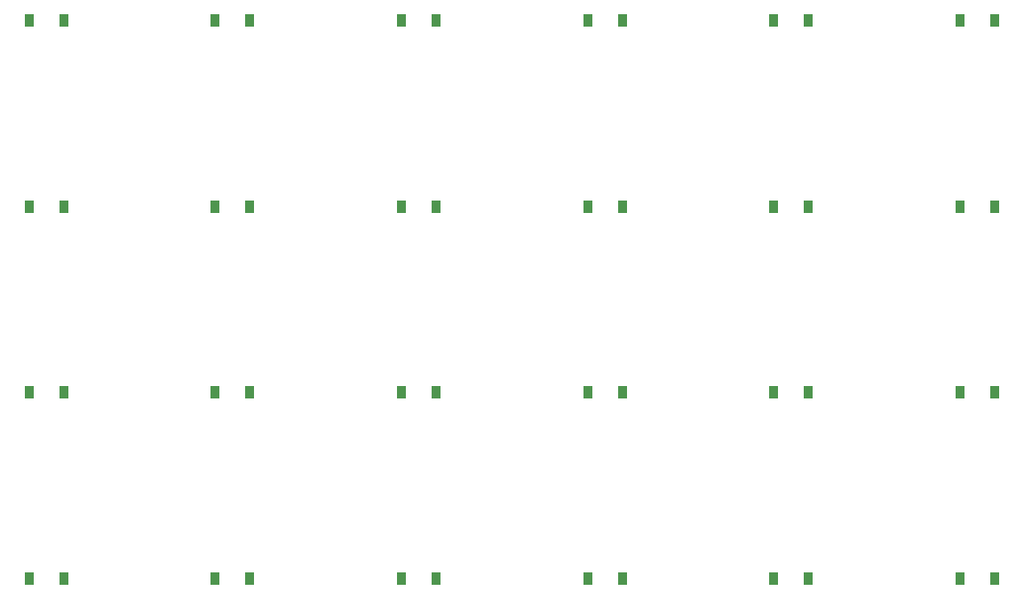
<source format=gbr>
%TF.GenerationSoftware,KiCad,Pcbnew,(6.0.10)*%
%TF.CreationDate,2023-01-29T20:47:48-05:00*%
%TF.ProjectId,shortstack,73686f72-7473-4746-9163-6b2e6b696361,v1.0.0*%
%TF.SameCoordinates,Original*%
%TF.FileFunction,Paste,Bot*%
%TF.FilePolarity,Positive*%
%FSLAX46Y46*%
G04 Gerber Fmt 4.6, Leading zero omitted, Abs format (unit mm)*
G04 Created by KiCad (PCBNEW (6.0.10)) date 2023-01-29 20:47:48*
%MOMM*%
%LPD*%
G01*
G04 APERTURE LIST*
%ADD10R,0.900000X1.200000*%
G04 APERTURE END LIST*
D10*
%TO.C,D2*%
X-1650000Y13000000D03*
X1650000Y13000000D03*
%TD*%
%TO.C,D20*%
X69350000Y48500000D03*
X72650000Y48500000D03*
%TD*%
%TO.C,D6*%
X16100000Y13000000D03*
X19400000Y13000000D03*
%TD*%
%TO.C,D7*%
X16100000Y30750000D03*
X19400000Y30750000D03*
%TD*%
%TO.C,D4*%
X-1650000Y48500000D03*
X1650000Y48500000D03*
%TD*%
%TO.C,D14*%
X51600000Y13000000D03*
X54900000Y13000000D03*
%TD*%
%TO.C,D10*%
X33850000Y13000000D03*
X37150000Y13000000D03*
%TD*%
%TO.C,D1*%
X-1650000Y-4750000D03*
X1650000Y-4750000D03*
%TD*%
%TO.C,D15*%
X51600000Y30750000D03*
X54900000Y30750000D03*
%TD*%
%TO.C,D17*%
X69350000Y-4750000D03*
X72650000Y-4750000D03*
%TD*%
%TO.C,D13*%
X51600000Y-4750000D03*
X54900000Y-4750000D03*
%TD*%
%TO.C,D11*%
X33850000Y30750000D03*
X37150000Y30750000D03*
%TD*%
%TO.C,D23*%
X87100000Y30750000D03*
X90400000Y30750000D03*
%TD*%
%TO.C,D16*%
X51600000Y48500000D03*
X54900000Y48500000D03*
%TD*%
%TO.C,D3*%
X-1650000Y30750000D03*
X1650000Y30750000D03*
%TD*%
%TO.C,D12*%
X33850000Y48500000D03*
X37150000Y48500000D03*
%TD*%
%TO.C,D5*%
X16100000Y-4750000D03*
X19400000Y-4750000D03*
%TD*%
%TO.C,D21*%
X87100000Y-4750000D03*
X90400000Y-4750000D03*
%TD*%
%TO.C,D18*%
X69350000Y13000000D03*
X72650000Y13000000D03*
%TD*%
%TO.C,D19*%
X69350000Y30750000D03*
X72650000Y30750000D03*
%TD*%
%TO.C,D22*%
X87100000Y13000000D03*
X90400000Y13000000D03*
%TD*%
%TO.C,D9*%
X33850000Y-4750000D03*
X37150000Y-4750000D03*
%TD*%
%TO.C,D8*%
X16100000Y48500000D03*
X19400000Y48500000D03*
%TD*%
%TO.C,D24*%
X87100000Y48500000D03*
X90400000Y48500000D03*
%TD*%
M02*

</source>
